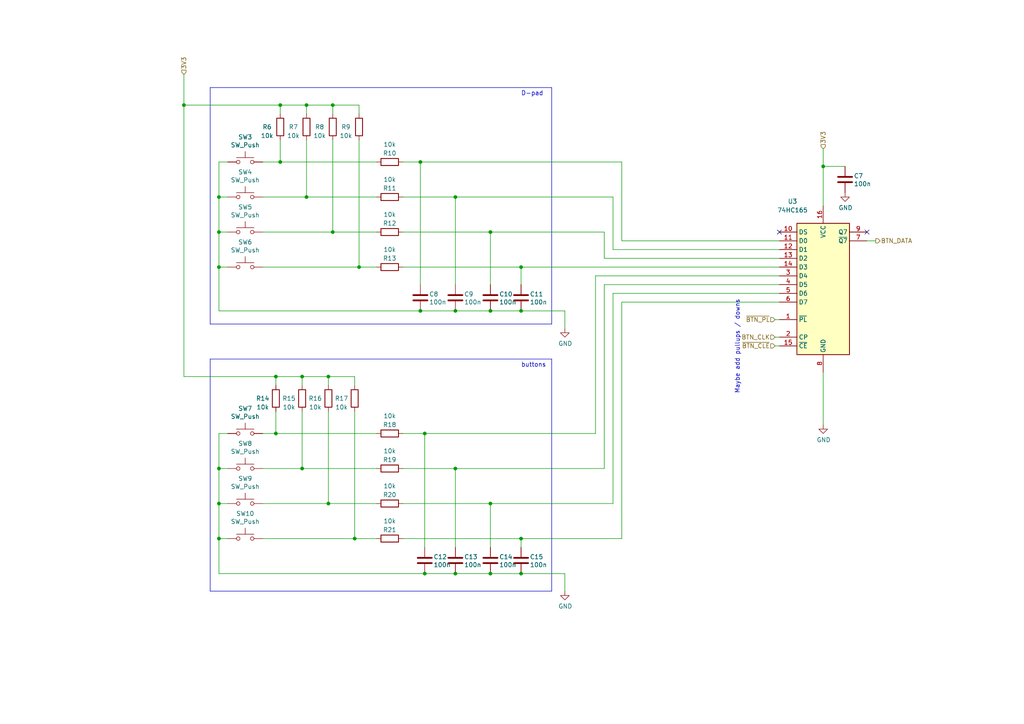
<source format=kicad_sch>
(kicad_sch (version 20230121) (generator eeschema)
  (paper "A4")
  (title_block (title "BCD-0o27 - Controls") (date "07.22.2021") (rev "2") (company "BalcCon"))
  (lib_symbols
    (symbol "74xx:74HC165"
      (property "Reference" "U" (at -7.62 19.05 0))
      (property "Value" "74HC165" (at -7.62 -21.59 0))
      (symbol "74HC165_1_0"
        (pin input line (at -12.7 -10.16 0) (length 5.08) (name "~{PL}") (number "1"))
        (pin input line (at -12.7 15.24 0) (length 5.08) (name "DS") (number "10"))
        (pin input line (at -12.7 12.7 0) (length 5.08) (name "D0") (number "11"))
        (pin input line (at -12.7 10.16 0) (length 5.08) (name "D1") (number "12"))
        (pin input line (at -12.7 7.62 0) (length 5.08) (name "D2") (number "13"))
        (pin input line (at -12.7 5.08 0) (length 5.08) (name "D3") (number "14"))
        (pin input line (at -12.7 -17.78 0) (length 5.08) (name "~{CE}") (number "15"))
        (pin power_in line (at 0 22.86 270) (length 5.08) (name "VCC") (number "16"))
        (pin input line (at -12.7 -15.24 0) (length 5.08) (name "CP") (number "2"))
        (pin input line (at -12.7 2.54 0) (length 5.08) (name "D4") (number "3"))
        (pin input line (at -12.7 0 0) (length 5.08) (name "D5") (number "4"))
        (pin input line (at -12.7 -2.54 0) (length 5.08) (name "D6") (number "5"))
        (pin input line (at -12.7 -5.08 0) (length 5.08) (name "D7") (number "6"))
        (pin output line (at 12.7 12.7 180) (length 5.08) (name "~{Q7}") (number "7"))
        (pin power_in line (at 0 -25.4 90) (length 5.08) (name "GND") (number "8"))
        (pin output line (at 12.7 15.24 180) (length 5.08) (name "Q7") (number "9"))
      )
      (symbol "74HC165_1_1"
        (rectangle (start -7.62 17.78) (end 7.62 -20.32) (stroke (width 0.254)) (fill (type background)))
      )
    )
    (symbol "Device:C" (pin_numbers hide) (pin_names (offset 0.254))
      (property "Reference" "C" (at 0.635 2.54 0))
      (property "Value" "C" (at 0.635 -2.54 0))
      (symbol "C_0_1"
        (polyline (pts (xy -2.032 -0.762) (xy 2.032 -0.762)) (stroke (width 0.508)))
        (polyline (pts (xy -2.032 0.762) (xy 2.032 0.762)) (stroke (width 0.508)))
      )
      (symbol "C_1_1"
        (pin passive line (at 0 3.81 270) (length 2.794) (name "~") (number "1"))
        (pin passive line (at 0 -3.81 90) (length 2.794) (name "~") (number "2"))
      )
    )
    (symbol "Device:R" (pin_numbers hide) (pin_names (offset 0))
      (property "Reference" "R" (at 2.032 0 90))
      (property "Value" "R" (at 0 0 90))
      (symbol "R_0_1"
        (rectangle (start -1.016 -2.54) (end 1.016 2.54) (stroke (width 0.254)))
      )
      (symbol "R_1_1"
        (pin passive line (at 0 3.81 270) (length 1.27) (name "~") (number "1"))
        (pin passive line (at 0 -3.81 90) (length 1.27) (name "~") (number "2"))
      )
    )
    (symbol "Switch:SW_Push" (pin_numbers hide) (pin_names (offset 1.016) hide)
      (property "Reference" "SW" (at 1.27 2.54 0))
      (property "Value" "SW_Push" (at 0 -1.524 0))
      (symbol "SW_Push_0_1"
        (circle (center -2.032 0) (radius 0.508))
        (polyline (pts (xy 0 1.27) (xy 0 3.048)))
        (polyline (pts (xy 2.54 1.27) (xy -2.54 1.27)))
        (circle (center 2.032 0) (radius 0.508))
        (pin passive line (at -5.08 0 0) (length 2.54) (name "1") (number "1"))
        (pin passive line (at 5.08 0 180) (length 2.54) (name "2") (number "2"))
      )
    )
    (symbol "power:GND" (power) (pin_names (offset 0))
      (property "Value" "GND" (at 0 -3.81 0))
      (symbol "GND_0_1"
        (polyline (pts (xy 0 0) (xy 0 -1.27) (xy 1.27 -1.27) (xy 0 -2.54) (xy -1.27 -1.27) (xy 0 -1.27)))
      )
      (symbol "GND_1_1"
        (pin power_in line (at 0 0 270) (length 0) hide (name "GND") (number "1"))
      )
    )
  )
  (junction (at 63.5 135.89))
  (junction (at 63.5 57.15))
  (junction (at 142.24 166.37))
  (junction (at 96.52 67.31))
  (junction (at 80.01 125.73))
  (junction (at 132.08 135.89))
  (junction (at 81.28 46.99))
  (junction (at 53.34 30.48))
  (junction (at 132.08 90.17))
  (junction (at 151.13 90.17))
  (junction (at 88.9 57.15))
  (junction (at 95.25 146.05))
  (junction (at 121.92 90.17))
  (junction (at 104.14 77.47))
  (junction (at 63.5 146.05))
  (junction (at 63.5 67.31))
  (junction (at 123.19 166.37))
  (junction (at 63.5 77.47))
  (junction (at 142.24 90.17))
  (junction (at 132.08 57.15))
  (junction (at 87.63 135.89))
  (junction (at 87.63 109.22))
  (junction (at 151.13 156.21))
  (junction (at 121.92 46.99))
  (junction (at 142.24 67.31))
  (junction (at 132.08 166.37))
  (junction (at 123.19 125.73))
  (junction (at 88.9 30.48))
  (junction (at 63.5 156.21))
  (junction (at 96.52 30.48))
  (junction (at 80.01 109.22))
  (junction (at 81.28 30.48))
  (junction (at 238.76 48.26))
  (junction (at 151.13 166.37))
  (junction (at 102.87 156.21))
  (junction (at 95.25 109.22))
  (junction (at 142.24 146.05))
  (junction (at 151.13 77.47))
  (no_connect (at 226.06 67.31))
  (no_connect (at 251.46 67.31))
  (wire (pts (xy 81.28 30.48) (xy 81.28 33.02)))
  (wire (pts (xy 76.2 156.21) (xy 102.87 156.21)))
  (wire (pts (xy 142.24 82.55) (xy 142.24 67.31)))
  (wire (pts (xy 66.04 57.15) (xy 63.5 57.15)))
  (wire (pts (xy 66.04 135.89) (xy 63.5 135.89)))
  (wire (pts (xy 66.04 146.05) (xy 63.5 146.05)))
  (wire (pts (xy 238.76 59.69) (xy 238.76 48.26)))
  (wire (pts (xy 132.08 57.15) (xy 116.84 57.15)))
  (wire (pts (xy 80.01 109.22) (xy 80.01 111.76)))
  (wire (pts (xy 63.5 90.17) (xy 121.92 90.17)))
  (wire (pts (xy 104.14 77.47) (xy 109.22 77.47)))
  (wire (pts (xy 142.24 166.37) (xy 151.13 166.37)))
  (wire (pts (xy 104.14 33.02) (xy 104.14 30.48)))
  (wire (pts (xy 226.06 80.01) (xy 172.72 80.01)))
  (wire (pts (xy 226.06 74.93) (xy 175.26 74.93)))
  (wire (pts (xy 102.87 119.38) (xy 102.87 156.21)))
  (wire (pts (xy 80.01 109.22) (xy 53.34 109.22)))
  (wire (pts (xy 151.13 82.55) (xy 151.13 77.47)))
  (wire (pts (xy 81.28 46.99) (xy 109.22 46.99)))
  (wire (pts (xy 123.19 125.73) (xy 116.84 125.73)))
  (wire (pts (xy 151.13 90.17) (xy 163.83 90.17)))
  (wire (pts (xy 63.5 156.21) (xy 63.5 166.37)))
  (wire (pts (xy 102.87 109.22) (xy 95.25 109.22)))
  (wire (pts (xy 121.92 46.99) (xy 116.84 46.99)))
  (wire (pts (xy 123.19 166.37) (xy 132.08 166.37)))
  (wire (pts (xy 63.5 125.73) (xy 63.5 135.89)))
  (wire (pts (xy 132.08 158.75) (xy 132.08 135.89)))
  (polyline (pts (xy 60.96 25.4) (xy 60.96 93.98)))
  (wire (pts (xy 226.06 87.63) (xy 180.34 87.63)))
  (wire (pts (xy 96.52 33.02) (xy 96.52 30.48)))
  (wire (pts (xy 95.25 146.05) (xy 109.22 146.05)))
  (wire (pts (xy 132.08 135.89) (xy 116.84 135.89)))
  (wire (pts (xy 123.19 158.75) (xy 123.19 125.73)))
  (wire (pts (xy 151.13 156.21) (xy 116.84 156.21)))
  (wire (pts (xy 63.5 135.89) (xy 63.5 146.05)))
  (wire (pts (xy 87.63 109.22) (xy 80.01 109.22)))
  (wire (pts (xy 66.04 156.21) (xy 63.5 156.21)))
  (wire (pts (xy 226.06 72.39) (xy 177.8 72.39)))
  (wire (pts (xy 96.52 30.48) (xy 88.9 30.48)))
  (wire (pts (xy 177.8 85.09) (xy 177.8 146.05)))
  (wire (pts (xy 66.04 125.73) (xy 63.5 125.73)))
  (wire (pts (xy 226.06 100.33) (xy 224.79 100.33)))
  (wire (pts (xy 95.25 119.38) (xy 95.25 146.05)))
  (wire (pts (xy 151.13 158.75) (xy 151.13 156.21)))
  (wire (pts (xy 151.13 166.37) (xy 163.83 166.37)))
  (wire (pts (xy 88.9 30.48) (xy 81.28 30.48)))
  (wire (pts (xy 76.2 57.15) (xy 88.9 57.15)))
  (wire (pts (xy 175.26 82.55) (xy 175.26 135.89)))
  (wire (pts (xy 96.52 30.48) (xy 104.14 30.48)))
  (wire (pts (xy 251.46 69.85) (xy 254 69.85)))
  (wire (pts (xy 76.2 67.31) (xy 96.52 67.31)))
  (wire (pts (xy 226.06 69.85) (xy 180.34 69.85)))
  (wire (pts (xy 142.24 158.75) (xy 142.24 146.05)))
  (wire (pts (xy 102.87 156.21) (xy 109.22 156.21)))
  (wire (pts (xy 63.5 166.37) (xy 123.19 166.37)))
  (wire (pts (xy 81.28 30.48) (xy 53.34 30.48)))
  (wire (pts (xy 80.01 125.73) (xy 109.22 125.73)))
  (wire (pts (xy 102.87 111.76) (xy 102.87 109.22)))
  (wire (pts (xy 66.04 77.47) (xy 63.5 77.47)))
  (wire (pts (xy 132.08 90.17) (xy 142.24 90.17)))
  (wire (pts (xy 121.92 90.17) (xy 132.08 90.17)))
  (wire (pts (xy 226.06 82.55) (xy 175.26 82.55)))
  (wire (pts (xy 96.52 40.64) (xy 96.52 67.31)))
  (wire (pts (xy 238.76 107.95) (xy 238.76 123.19)))
  (wire (pts (xy 142.24 90.17) (xy 151.13 90.17)))
  (wire (pts (xy 142.24 146.05) (xy 116.84 146.05)))
  (wire (pts (xy 76.2 77.47) (xy 104.14 77.47)))
  (wire (pts (xy 95.25 109.22) (xy 87.63 109.22)))
  (polyline (pts (xy 160.02 171.45) (xy 60.96 171.45)))
  (wire (pts (xy 88.9 57.15) (xy 109.22 57.15)))
  (wire (pts (xy 226.06 85.09) (xy 177.8 85.09)))
  (wire (pts (xy 177.8 146.05) (xy 142.24 146.05)))
  (polyline (pts (xy 160.02 93.98) (xy 60.96 93.98)))
  (wire (pts (xy 88.9 40.64) (xy 88.9 57.15)))
  (wire (pts (xy 172.72 80.01) (xy 172.72 125.73)))
  (polyline (pts (xy 160.02 104.14) (xy 160.02 171.45)))
  (wire (pts (xy 53.34 30.48) (xy 53.34 109.22)))
  (wire (pts (xy 180.34 69.85) (xy 180.34 46.99)))
  (wire (pts (xy 175.26 67.31) (xy 142.24 67.31)))
  (wire (pts (xy 76.2 135.89) (xy 87.63 135.89)))
  (wire (pts (xy 63.5 77.47) (xy 63.5 90.17)))
  (polyline (pts (xy 60.96 104.14) (xy 160.02 104.14)))
  (wire (pts (xy 175.26 74.93) (xy 175.26 67.31)))
  (wire (pts (xy 132.08 82.55) (xy 132.08 57.15)))
  (wire (pts (xy 81.28 40.64) (xy 81.28 46.99)))
  (wire (pts (xy 142.24 67.31) (xy 116.84 67.31)))
  (wire (pts (xy 224.79 97.79) (xy 226.06 97.79)))
  (wire (pts (xy 53.34 21.59) (xy 53.34 30.48)))
  (wire (pts (xy 132.08 166.37) (xy 142.24 166.37)))
  (wire (pts (xy 76.2 125.73) (xy 80.01 125.73)))
  (wire (pts (xy 121.92 46.99) (xy 180.34 46.99)))
  (wire (pts (xy 163.83 166.37) (xy 163.83 171.45)))
  (wire (pts (xy 177.8 72.39) (xy 177.8 57.15)))
  (wire (pts (xy 238.76 48.26) (xy 238.76 43.18)))
  (wire (pts (xy 63.5 146.05) (xy 63.5 156.21)))
  (wire (pts (xy 87.63 111.76) (xy 87.63 109.22)))
  (polyline (pts (xy 60.96 25.4) (xy 160.02 25.4)))
  (wire (pts (xy 80.01 119.38) (xy 80.01 125.73)))
  (wire (pts (xy 87.63 135.89) (xy 109.22 135.89)))
  (wire (pts (xy 95.25 111.76) (xy 95.25 109.22)))
  (wire (pts (xy 226.06 92.71) (xy 224.79 92.71)))
  (wire (pts (xy 76.2 146.05) (xy 95.25 146.05)))
  (wire (pts (xy 63.5 67.31) (xy 63.5 77.47)))
  (wire (pts (xy 180.34 156.21) (xy 151.13 156.21)))
  (wire (pts (xy 104.14 40.64) (xy 104.14 77.47)))
  (wire (pts (xy 88.9 33.02) (xy 88.9 30.48)))
  (wire (pts (xy 121.92 82.55) (xy 121.92 46.99)))
  (wire (pts (xy 151.13 77.47) (xy 226.06 77.47)))
  (wire (pts (xy 177.8 57.15) (xy 132.08 57.15)))
  (wire (pts (xy 96.52 67.31) (xy 109.22 67.31)))
  (wire (pts (xy 163.83 90.17) (xy 163.83 95.25)))
  (wire (pts (xy 76.2 46.99) (xy 81.28 46.99)))
  (polyline (pts (xy 60.96 104.14) (xy 60.96 171.45)))
  (wire (pts (xy 175.26 135.89) (xy 132.08 135.89)))
  (wire (pts (xy 180.34 87.63) (xy 180.34 156.21)))
  (wire (pts (xy 63.5 57.15) (xy 63.5 67.31)))
  (wire (pts (xy 87.63 119.38) (xy 87.63 135.89)))
  (wire (pts (xy 116.84 77.47) (xy 151.13 77.47)))
  (wire (pts (xy 66.04 46.99) (xy 63.5 46.99)))
  (wire (pts (xy 66.04 67.31) (xy 63.5 67.31)))
  (wire (pts (xy 245.11 48.26) (xy 238.76 48.26)))
  (polyline (pts (xy 160.02 25.4) (xy 160.02 93.98)))
  (wire (pts (xy 63.5 46.99) (xy 63.5 57.15)))
  (wire (pts (xy 172.72 125.73) (xy 123.19 125.73)))
  (text "Maybe add pullups / downs" (at 214.63 114.3 90) (effects (font (size 1.27 1.27)) (justify left bottom)))
  (text "D-pad" (at 151.13 27.94 0) (effects (font (size 1.27 1.27)) (justify left bottom)))
  (text "buttons" (at 151.13 106.68 0) (effects (font (size 1.27 1.27)) (justify left bottom)))
  (hierarchical_label "3V3" (shape input) (at 238.76 43.18 90))
  (hierarchical_label "3V3" (shape input) (at 53.34 21.59 90))
  (hierarchical_label "BTN_CLK" (shape input) (at 224.79 97.79 180))
  (hierarchical_label "BTN_DATA" (shape output) (at 254 69.85 0))
  (hierarchical_label "~{BTN_CLE}" (shape input) (at 224.79 100.33 180))
  (hierarchical_label "~{BTN_PL}" (shape input) (at 224.79 92.71 180))
  (symbol (lib_id "74xx:74HC165") (at 238.76 82.55 0) (unit 1)
    (property "Reference" "U3" (at 229.87 58.42 0))
    (property "Value" "74HC165" (at 229.87 60.96 0))
    (property "Footprint" "Package_SO:SOIC-16_3.9x9.9mm_P1.27mm" (effects hide))
    (property "Datasheet" "https://assets.nexperia.com/documents/data-sheet/74HC_HCT165.pdf" (effects hide))
    (property "LCSC" "C470977" (effects hide))
  )
  (symbol (lib_id "Switch:SW_Push") (at 71.12 46.99 0) (unit 1)
    (property "Reference" "SW3" (at 71.12 39.751 0))
    (property "Value" "SW_Push" (at 71.12 42.0624 0))
    (property "Footprint" "Buttons:XUNPU TS-1087S Tactile Switch" (effects hide))
    (property "LCSC" "C455268" (effects hide))
  )
  (symbol (lib_id "Switch:SW_Push") (at 71.12 57.15 0) (unit 1)
    (property "Reference" "SW4" (at 71.12 49.911 0))
    (property "Value" "SW_Push" (at 71.12 52.2224 0))
    (property "Footprint" "Buttons:XUNPU TS-1087S Tactile Switch" (effects hide))
    (property "LCSC" "C455268" (effects hide))
  )
  (symbol (lib_id "Switch:SW_Push") (at 71.12 67.31 0) (unit 1)
    (property "Reference" "SW5" (at 71.12 60.071 0))
    (property "Value" "SW_Push" (at 71.12 62.3824 0))
    (property "Footprint" "Buttons:XUNPU TS-1087S Tactile Switch" (effects hide))
    (property "LCSC" "C455268" (effects hide))
  )
  (symbol (lib_id "Switch:SW_Push") (at 71.12 77.47 0) (unit 1)
    (property "Reference" "SW6" (at 71.12 70.231 0))
    (property "Value" "SW_Push" (at 71.12 72.5424 0))
    (property "Footprint" "Buttons:XUNPU TS-1087S Tactile Switch" (effects hide))
    (property "LCSC" "C455268" (effects hide))
  )
  (symbol (lib_id "Switch:SW_Push") (at 71.12 125.73 0) (unit 1)
    (property "Reference" "SW7" (at 71.12 118.491 0))
    (property "Value" "SW_Push" (at 71.12 120.8024 0))
    (property "Footprint" "Buttons:XUNPU TS-1087S Tactile Switch" (effects hide))
    (property "LCSC" "C455268" (effects hide))
  )
  (symbol (lib_id "Switch:SW_Push") (at 71.12 135.89 0) (unit 1)
    (property "Reference" "SW8" (at 71.12 128.651 0))
    (property "Value" "SW_Push" (at 71.12 130.9624 0))
    (property "Footprint" "Buttons:XUNPU TS-1087S Tactile Switch" (effects hide))
    (property "LCSC" "C455268" (effects hide))
  )
  (symbol (lib_id "Switch:SW_Push") (at 71.12 146.05 0) (unit 1)
    (property "Reference" "SW9" (at 71.12 138.811 0))
    (property "Value" "SW_Push" (at 71.12 141.1224 0))
    (property "Footprint" "Buttons:XUNPU TS-1087S Tactile Switch" (effects hide))
    (property "LCSC" "C455268" (effects hide))
  )
  (symbol (lib_id "Switch:SW_Push") (at 71.12 156.21 0) (unit 1)
    (property "Reference" "SW10" (at 71.12 148.971 0))
    (property "Value" "SW_Push" (at 71.12 151.2824 0))
    (property "Footprint" "Buttons:XUNPU TS-1087S Tactile Switch" (effects hide))
    (property "LCSC" "C455268" (effects hide))
  )
  (symbol (lib_id "power:GND") (at 238.76 123.19 0) (unit 1)
    (property "Reference" "#PWR014" (effects hide))
    (property "Value" "GND" (at 238.887 127.5842 0))
  )
  (symbol (lib_id "Device:R") (at 81.28 36.83 0) (unit 1)
    (property "Reference" "R6" (at 77.47 36.83 0))
    (property "Value" "10k" (at 77.47 39.37 0))
    (property "Footprint" "Resistor_SMD:R_0805_2012Metric" (effects hide))
    (property "LCSC" "C17414" (effects hide))
    (property "AltPart" "C844937" (effects hide))
  )
  (symbol (lib_id "Device:C") (at 121.92 86.36 0) (unit 1)
    (property "Reference" "C8" (at 124.46 85.3186 0) (effects (justify left)))
    (property "Value" "100n" (at 124.46 87.63 0) (effects (justify left)))
    (property "Footprint" "Capacitor_SMD:C_0603_1608Metric" (effects hide))
    (property "LCSC" "C14663" (effects hide))
    (property "AltPart" "0805: C28233, C148241" (effects hide))
  )
  (symbol (lib_id "power:GND") (at 245.11 55.88 0) (unit 1)
    (property "Reference" "#PWR012" (effects hide))
    (property "Value" "GND" (at 245.237 60.2742 0))
  )
  (symbol (lib_id "power:GND") (at 163.83 95.25 0) (unit 1)
    (property "Reference" "#PWR013" (effects hide))
    (property "Value" "GND" (at 163.957 99.6442 0))
  )
  (symbol (lib_id "power:GND") (at 163.83 171.45 0) (unit 1)
    (property "Reference" "#PWR015" (effects hide))
    (property "Value" "GND" (at 163.957 175.8442 0))
  )
  (symbol (lib_id "Device:R") (at 113.03 67.31 90) (unit 1)
    (property "Reference" "R12" (at 113.03 64.77 90))
    (property "Value" "10k" (at 113.03 62.23 90))
    (property "Footprint" "Resistor_SMD:R_0805_2012Metric" (effects hide))
    (property "LCSC" "C17414" (effects hide))
    (property "AltPart" "C844937" (effects hide))
  )
  (symbol (lib_id "Device:R") (at 113.03 125.73 90) (unit 1)
    (property "Reference" "R18" (at 113.03 123.19 90))
    (property "Value" "10k" (at 113.03 120.65 90))
    (property "Footprint" "Resistor_SMD:R_0805_2012Metric" (effects hide))
    (property "LCSC" "C17414" (effects hide))
    (property "AltPart" "C844937" (effects hide))
  )
  (symbol (lib_id "Device:R") (at 102.87 115.57 0) (unit 1)
    (property "Reference" "R17" (at 99.06 115.57 0))
    (property "Value" "10k" (at 99.06 118.11 0))
    (property "Footprint" "Resistor_SMD:R_0805_2012Metric" (effects hide))
    (property "LCSC" "C17414" (effects hide))
    (property "AltPart" "C844937" (effects hide))
  )
  (symbol (lib_id "Device:R") (at 113.03 77.47 90) (unit 1)
    (property "Reference" "R13" (at 113.03 74.93 90))
    (property "Value" "10k" (at 113.03 72.39 90))
    (property "Footprint" "Resistor_SMD:R_0805_2012Metric" (effects hide))
    (property "LCSC" "C17414" (effects hide))
    (property "AltPart" "C844937" (effects hide))
  )
  (symbol (lib_id "Device:R") (at 96.52 36.83 0) (unit 1)
    (property "Reference" "R8" (at 92.71 36.83 0))
    (property "Value" "10k" (at 92.71 39.37 0))
    (property "Footprint" "Resistor_SMD:R_0805_2012Metric" (effects hide))
    (property "LCSC" "C17414" (effects hide))
    (property "AltPart" "C844937" (effects hide))
  )
  (symbol (lib_id "Device:R") (at 113.03 57.15 90) (unit 1)
    (property "Reference" "R11" (at 113.03 54.61 90))
    (property "Value" "10k" (at 113.03 52.07 90))
    (property "Footprint" "Resistor_SMD:R_0805_2012Metric" (effects hide))
    (property "LCSC" "C17414" (effects hide))
    (property "AltPart" "C844937" (effects hide))
  )
  (symbol (lib_id "Device:R") (at 113.03 146.05 90) (unit 1)
    (property "Reference" "R20" (at 113.03 143.51 90))
    (property "Value" "10k" (at 113.03 140.97 90))
    (property "Footprint" "Resistor_SMD:R_0805_2012Metric" (effects hide))
    (property "LCSC" "C17414" (effects hide))
    (property "AltPart" "C844937" (effects hide))
  )
  (symbol (lib_id "Device:R") (at 113.03 46.99 90) (unit 1)
    (property "Reference" "R10" (at 113.03 44.45 90))
    (property "Value" "10k" (at 113.03 41.91 90))
    (property "Footprint" "Resistor_SMD:R_0805_2012Metric" (effects hide))
    (property "LCSC" "C17414" (effects hide))
    (property "AltPart" "C844937" (effects hide))
  )
  (symbol (lib_id "Device:C") (at 142.24 86.36 0) (unit 1)
    (property "Reference" "C10" (at 144.78 85.3186 0) (effects (justify left)))
    (property "Value" "100n" (at 144.78 87.63 0) (effects (justify left)))
    (property "Footprint" "Capacitor_SMD:C_0603_1608Metric" (effects hide))
    (property "LCSC" "C14663" (effects hide))
    (property "AltPart" "0805: C28233, C148241" (effects hide))
  )
  (symbol (lib_id "Device:R") (at 113.03 156.21 90) (unit 1)
    (property "Reference" "R21" (at 113.03 153.67 90))
    (property "Value" "10k" (at 113.03 151.13 90))
    (property "Footprint" "Resistor_SMD:R_0805_2012Metric" (effects hide))
    (property "LCSC" "C17414" (effects hide))
    (property "AltPart" "C844937" (effects hide))
  )
  (symbol (lib_id "Device:R") (at 95.25 115.57 0) (unit 1)
    (property "Reference" "R16" (at 91.44 115.57 0))
    (property "Value" "10k" (at 91.44 118.11 0))
    (property "Footprint" "Resistor_SMD:R_0805_2012Metric" (effects hide))
    (property "LCSC" "C17414" (effects hide))
    (property "AltPart" "C844937" (effects hide))
  )
  (symbol (lib_id "Device:C") (at 123.19 162.56 0) (unit 1)
    (property "Reference" "C12" (at 125.73 161.5186 0) (effects (justify left)))
    (property "Value" "100n" (at 125.73 163.83 0) (effects (justify left)))
    (property "Footprint" "Capacitor_SMD:C_0603_1608Metric" (effects hide))
    (property "LCSC" "C14663" (effects hide))
    (property "AltPart" "C148241" (effects hide))
  )
  (symbol (lib_id "Device:R") (at 104.14 36.83 0) (unit 1)
    (property "Reference" "R9" (at 100.33 36.83 0))
    (property "Value" "10k" (at 100.33 39.37 0))
    (property "Footprint" "Resistor_SMD:R_0805_2012Metric" (effects hide))
    (property "LCSC" "C17414" (effects hide))
    (property "AltPart" "C844937" (effects hide))
  )
  (symbol (lib_id "Device:C") (at 151.13 162.56 0) (unit 1)
    (property "Reference" "C15" (at 153.67 161.5186 0) (effects (justify left)))
    (property "Value" "100n" (at 153.67 163.83 0) (effects (justify left)))
    (property "Footprint" "Capacitor_SMD:C_0603_1608Metric" (effects hide))
    (property "LCSC" "C14663" (effects hide))
    (property "AltPart" "C148241" (effects hide))
  )
  (symbol (lib_id "Device:C") (at 132.08 162.56 0) (unit 1)
    (property "Reference" "C13" (at 134.62 161.5186 0) (effects (justify left)))
    (property "Value" "100n" (at 134.62 163.83 0) (effects (justify left)))
    (property "Footprint" "Capacitor_SMD:C_0603_1608Metric" (effects hide))
    (property "LCSC" "C14663" (effects hide))
    (property "AltPart" "C148241" (effects hide))
  )
  (symbol (lib_id "Device:R") (at 113.03 135.89 90) (unit 1)
    (property "Reference" "R19" (at 113.03 133.35 90))
    (property "Value" "10k" (at 113.03 130.81 90))
    (property "Footprint" "Resistor_SMD:R_0805_2012Metric" (effects hide))
    (property "LCSC" "C17414" (effects hide))
    (property "AltPart" "C844937" (effects hide))
  )
  (symbol (lib_id "Device:C") (at 245.11 52.07 0) (unit 1)
    (property "Reference" "C7" (at 247.65 51.0286 0) (effects (justify left)))
    (property "Value" "100n" (at 247.65 53.34 0) (effects (justify left)))
    (property "Footprint" "Capacitor_SMD:C_0603_1608Metric" (effects hide))
    (property "LCSC" "C14663" (effects hide))
    (property "AltPart" "0805: C28233, C148241" (effects hide))
  )
  (symbol (lib_id "Device:R") (at 80.01 115.57 0) (unit 1)
    (property "Reference" "R14" (at 76.2 115.57 0))
    (property "Value" "10k" (at 76.2 118.11 0))
    (property "Footprint" "Resistor_SMD:R_0805_2012Metric" (effects hide))
    (property "LCSC" "C17414" (effects hide))
    (property "AltPart" "C844937" (effects hide))
  )
  (symbol (lib_id "Device:R") (at 88.9 36.83 0) (unit 1)
    (property "Reference" "R7" (at 85.09 36.83 0))
    (property "Value" "10k" (at 85.09 39.37 0))
    (property "Footprint" "Resistor_SMD:R_0805_2012Metric" (effects hide))
    (property "LCSC" "C17414" (effects hide))
    (property "AltPart" "C844937" (effects hide))
  )
  (symbol (lib_id "Device:C") (at 132.08 86.36 0) (unit 1)
    (property "Reference" "C9" (at 134.62 85.3186 0) (effects (justify left)))
    (property "Value" "100n" (at 134.62 87.63 0) (effects (justify left)))
    (property "Footprint" "Capacitor_SMD:C_0603_1608Metric" (effects hide))
    (property "LCSC" "C14663" (effects hide))
    (property "AltPart" "0805: C28233, C148241" (effects hide))
  )
  (symbol (lib_id "Device:C") (at 142.24 162.56 0) (unit 1)
    (property "Reference" "C14" (at 144.78 161.5186 0) (effects (justify left)))
    (property "Value" "100n" (at 144.78 163.83 0) (effects (justify left)))
    (property "Footprint" "Capacitor_SMD:C_0603_1608Metric" (effects hide))
    (property "LCSC" "C14663" (effects hide))
    (property "AltPart" "C148241" (effects hide))
  )
  (symbol (lib_id "Device:R") (at 87.63 115.57 0) (unit 1)
    (property "Reference" "R15" (at 83.82 115.57 0))
    (property "Value" "10k" (at 83.82 118.11 0))
    (property "Footprint" "Resistor_SMD:R_0805_2012Metric" (effects hide))
    (property "LCSC" "C17414" (effects hide))
    (property "AltPart" "C844937" (effects hide))
  )
  (symbol (lib_id "Device:C") (at 151.13 86.36 0) (unit 1)
    (property "Reference" "C11" (at 153.67 85.3186 0) (effects (justify left)))
    (property "Value" "100n" (at 153.67 87.63 0) (effects (justify left)))
    (property "Footprint" "Capacitor_SMD:C_0603_1608Metric" (effects hide))
    (property "LCSC" "C14663" (effects hide))
    (property "AltPart" "C148241" (effects hide))
  )
)
</source>
